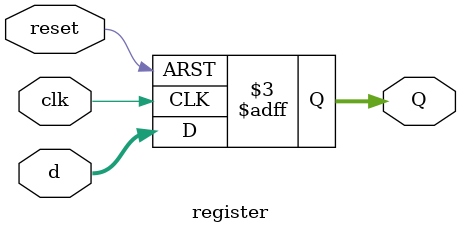
<source format=v>
module register (d, clk, reset, Q);
	input [15:0] d;
	input clk, reset;
	
	output reg [15:0] Q;
	
	always @ (posedge clk or negedge reset) begin
		if (!reset)
			Q <= 16'b0;
		else
			Q <= d;
		end
endmodule
</source>
